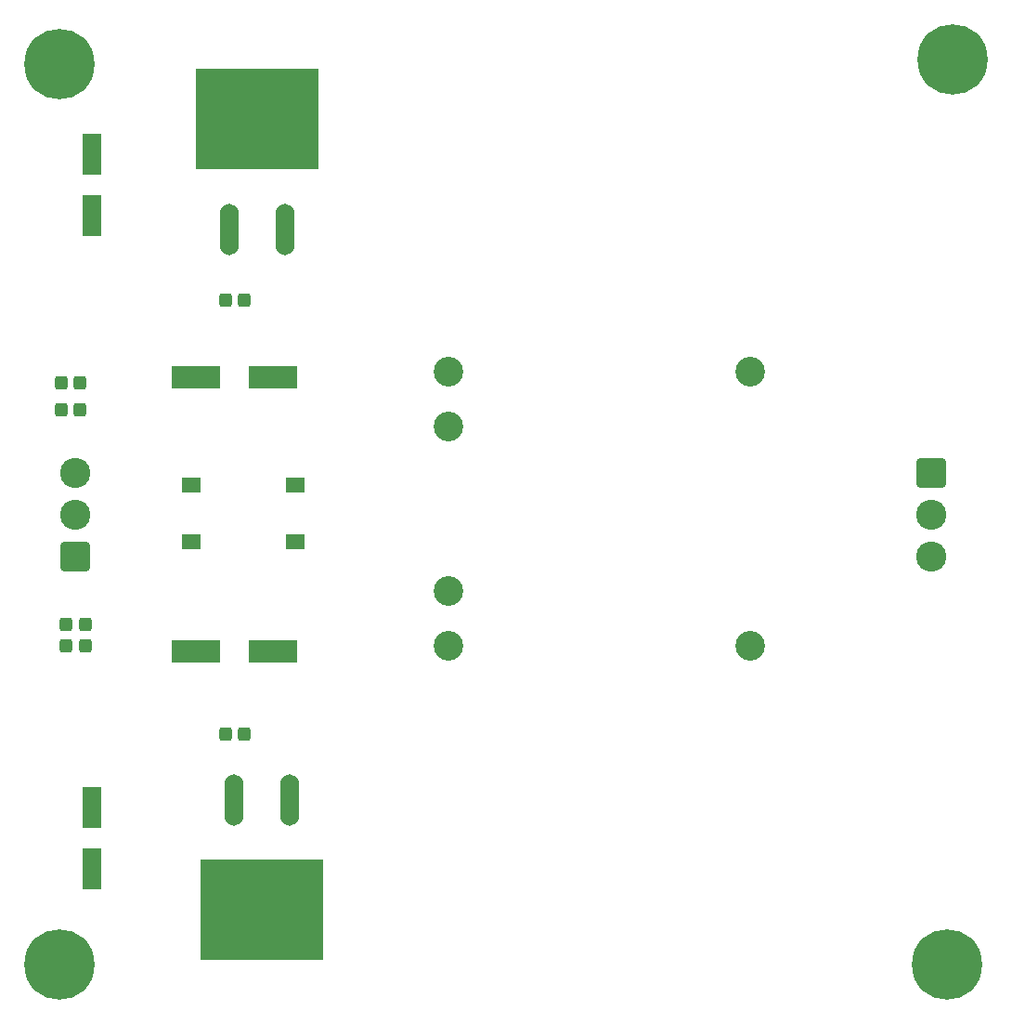
<source format=gts>
%FSLAX23Y23*%
%MOMM*%
%SFA1B1*%

%IPPOS*%
%AMD37*
4,1,8,-0.551180,0.388620,-0.551180,-0.388620,-0.337820,-0.601980,0.337820,-0.601980,0.551180,-0.388620,0.551180,0.388620,0.337820,0.601980,-0.337820,0.601980,-0.551180,0.388620,0.0*
1,1,0.428000,-0.337820,0.388620*
1,1,0.428000,-0.337820,-0.388620*
1,1,0.428000,0.337820,-0.388620*
1,1,0.428000,0.337820,0.388620*
%
%AMD42*
4,1,8,-0.952500,-1.371600,0.952500,-1.371600,1.371600,-0.952500,1.371600,0.952500,0.952500,1.371600,-0.952500,1.371600,-1.371600,0.952500,-1.371600,-0.952500,-0.952500,-1.371600,0.0*
1,1,0.838000,-0.952500,-0.952500*
1,1,0.838000,0.952500,-0.952500*
1,1,0.838000,0.952500,0.952500*
1,1,0.838000,-0.952500,0.952500*
%
%ADD33R,1.722997X1.402997*%
%ADD34O,1.702997X4.702991*%
%ADD35O,1.702997X4.702991*%
%ADD36R,11.202978X9.202982*%
G04~CAMADD=37~8~0.0~0.0~473.6~434.3~84.3~0.0~15~0.0~0.0~0.0~0.0~0~0.0~0.0~0.0~0.0~0~0.0~0.0~0.0~90.0~434.0~474.0*
%ADD37D37*%
%ADD38R,1.802996X3.702993*%
%ADD39R,4.402991X2.102996*%
%ADD40C,6.402987*%
%ADD41C,2.702995*%
G04~CAMADD=42~8~0.0~0.0~1079.9~1079.9~165.0~0.0~15~0.0~0.0~0.0~0.0~0~0.0~0.0~0.0~0.0~0~0.0~0.0~0.0~180.0~1080.0~1080.0*
%ADD42D42*%
%ADD43C,2.742995*%
%LNanalogpsu-1*%
%LPD*%
G54D33*
X18999Y44999D03*
X28499D03*
X18999Y50199D03*
X28499D03*
G54D34*
X22919Y21499D03*
X27579Y73499D03*
G54D35*
X27999Y21499D03*
X22499Y73499D03*
G54D36*
X25459Y11474D03*
X25039Y83524D03*
G54D37*
X8849Y56999D03*
X7149D03*
Y59499D03*
X8849D03*
X22149Y66999D03*
X23849D03*
Y27499D03*
X22149D03*
X9349Y35499D03*
X7649D03*
Y37499D03*
X9349D03*
G54D38*
X9999Y74699D03*
Y80299D03*
Y15199D03*
Y20799D03*
G54D39*
X19499Y59999D03*
X26499D03*
Y34999D03*
X19499D03*
G54D40*
X6999Y88499D03*
Y6499D03*
X87999D03*
X88499Y88999D03*
G54D41*
X42499Y40499D03*
Y55499D03*
Y60499D03*
X69999D03*
X42499Y35499D03*
X69999D03*
G54D42*
X86499Y51309D03*
X8499Y43689D03*
G54D43*
X86499Y47499D03*
Y43689D03*
X8499Y47499D03*
Y51309D03*
M02*
</source>
